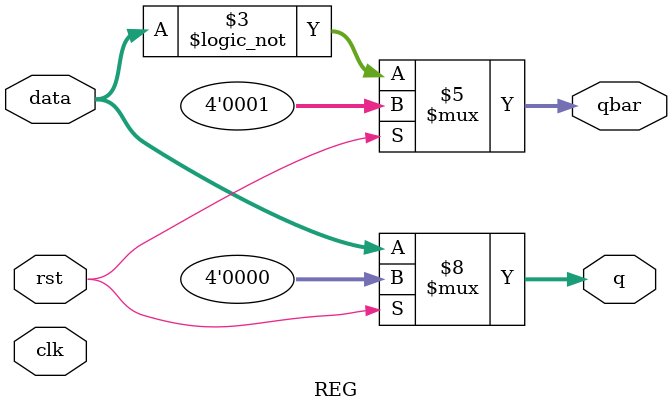
<source format=v>
/*************************************************************************** 
 ***                                                                     *** 
 *** EE 526 L Experiment #8             Avinash Damse, Spring, 2023      *** 
 ***                                                                     *** 
 *** Experiment #8  REG                                                  *** 
 ***                                                                     *** 
 *************************************************************************** 
 ***  Filename: REG.v          reated by Avinash Damse, 15th May 2023    *** 
 ***    															     *** 
 ***************************************************************************/ 
 
`timescale 1ns / 1ps

module REG(q, qbar, data, clk, rst);
    
    parameter SIZE =4;
    
    input [SIZE-1:0]data;
    input clk;
    input rst;
    output reg [SIZE-1:0]q;
    output reg [SIZE-1:0]qbar;
    
    always @*            // trigger at any signal change
        begin
        if ( rst == 1)    // reset is active high 
            begin
                q <= 0;
                qbar <= 1;
            end
        else
            begin
                q <= data;
                qbar <= !data;
            end
    end
    
endmodule

</source>
